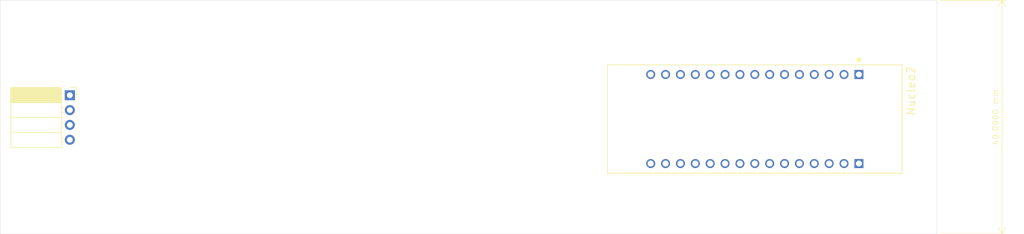
<source format=kicad_pcb>
(kicad_pcb (version 20240108) (generator "pcbnew") (generator_version "8.0")
  (layers (0 "F.Cu" signal) (31 "B.Cu" signal) (34 "B.Paste" user) (35 "F.Paste" user) (36 "B.SilkS" user "B.Silkscreen") (37 "F.SilkS" user "F.Silkscreen") (38 "B.Mask" user) (39 "F.Mask" user) (44 "Edge.Cuts" user))
  (net 0 "")
  (net 1 "GND")
  (net 2 "LED 1")
  (net 3 "LED 2")
  (net 4 "LED 3")
  (net 5 "LED 4")
  (net 6 "LED 5")
  (net 7 "LED 6")
  (net 8 "LED 7")
  (net 9 "LED 8")
  (net 10 "LED 9")
  (net 11 "LED 10")
  (net 12 "LED 11")
  (net 14 "DO")
  (net 15 "Alim Hall")
  (footprint "Connector_PinSocket_2.54mm:PinSocket_1x04_P2.54mm_Horizontal" (layer "F.Cu") (at 81.8 95.95)
    (property "Reference" "J3" (hide yes))
    (property "Value" "Conn_01x04_Socket")
    (fp_line (start -10.09 -1.33) (end -10.09 8.95) (stroke (width 0.12)) (layer "F.SilkS"))
    (fp_line (start -10.09 -1.33) (end -1.46 -1.33) (stroke (width 0.12)) (layer "F.SilkS"))
    (fp_line (start -10.09 -1.21) (end -1.46 -1.21) (stroke (width 0.12)) (layer "F.SilkS"))
    (fp_line (start -10.09 -1.091905) (end -1.46 -1.091905) (stroke (width 0.12)) (layer "F.SilkS"))
    (fp_line (start -10.09 -0.97381) (end -1.46 -0.97381) (stroke (width 0.12)) (layer "F.SilkS"))
    (fp_line (start -10.09 -0.855715) (end -1.46 -0.855715) (stroke (width 0.12)) (layer "F.SilkS"))
    (fp_line (start -10.09 -0.73762) (end -1.46 -0.73762) (stroke (width 0.12)) (layer "F.SilkS"))
    (fp_line (start -10.09 -0.619525) (end -1.46 -0.619525) (stroke (width 0.12)) (layer "F.SilkS"))
    (fp_line (start -10.09 -0.50143) (end -1.46 -0.50143) (stroke (width 0.12)) (layer "F.SilkS"))
    (fp_line (start -10.09 -0.383335) (end -1.46 -0.383335) (stroke (width 0.12)) (layer "F.SilkS"))
    (fp_line (start -10.09 -0.26524) (end -1.46 -0.26524) (stroke (width 0.12)) (layer "F.SilkS"))
    (fp_line (start -10.09 -0.147145) (end -1.46 -0.147145) (stroke (width 0.12)) (layer "F.SilkS"))
    (fp_line (start -10.09 -0.02905) (end -1.46 -0.02905) (stroke (width 0.12)) (layer "F.SilkS"))
    (fp_line (start -10.09 0.089045) (end -1.46 0.089045) (stroke (width 0.12)) (layer "F.SilkS"))
    (fp_line (start -10.09 0.20714) (end -1.46 0.20714) (stroke (width 0.12)) (layer "F.SilkS"))
    (fp_line (start -10.09 0.325235) (end -1.46 0.325235) (stroke (width 0.12)) (layer "F.SilkS"))
    (fp_line (start -10.09 0.44333) (end -1.46 0.44333) (stroke (width 0.12)) (layer "F.SilkS"))
    (fp_line (start -10.09 0.561425) (end -1.46 0.561425) (stroke (width 0.12)) (layer "F.SilkS"))
    (fp_line (start -10.09 0.67952) (end -1.46 0.67952) (stroke (width 0.12)) (layer "F.SilkS"))
    (fp_line (start -10.09 0.797615) (end -1.46 0.797615) (stroke (width 0.12)) (layer "F.SilkS"))
    (fp_line (start -10.09 0.91571) (end -1.46 0.91571) (stroke (width 0.12)) (layer "F.SilkS"))
    (fp_line (start -10.09 1.033805) (end -1.46 1.033805) (stroke (width 0.12)) (layer "F.SilkS"))
    (fp_line (start -10.09 1.1519) (end -1.46 1.1519) (stroke (width 0.12)) (layer "F.SilkS"))
    (fp_line (start -10.09 1.27) (end -1.46 1.27) (stroke (width 0.12)) (layer "F.SilkS"))
    (fp_line (start -10.09 3.81) (end -1.46 3.81) (stroke (width 0.12)) (layer "F.SilkS"))
    (fp_line (start -10.09 6.35) (end -1.46 6.35) (stroke (width 0.12)) (layer "F.SilkS"))
    (fp_line (start -10.09 8.95) (end -1.46 8.95) (stroke (width 0.12)) (layer "F.SilkS"))
    (fp_line (start -1.46 -1.33) (end -1.46 8.95) (stroke (width 0.12)) (layer "F.SilkS"))
    (fp_line (start -1.46 -0.36) (end -1.11 -0.36) (stroke (width 0.12)) (layer "F.SilkS"))
    (fp_line (start -1.46 0.36) (end -1.11 0.36) (stroke (width 0.12)) (layer "F.SilkS"))
    (fp_line (start -1.46 2.18) (end -1.05 2.18) (stroke (width 0.12)) (layer "F.SilkS"))
    (fp_line (start -1.46 2.9) (end -1.05 2.9) (stroke (width 0.12)) (layer "F.SilkS"))
    (fp_line (start -1.46 4.72) (end -1.05 4.72) (stroke (width 0.12)) (layer "F.SilkS"))
    (fp_line (start -1.46 5.44) (end -1.05 5.44) (stroke (width 0.12)) (layer "F.SilkS"))
    (fp_line (start -1.46 7.26) (end -1.05 7.26) (stroke (width 0.12)) (layer "F.SilkS"))
    (fp_line (start -1.46 7.98) (end -1.05 7.98) (stroke (width 0.12)) (layer "F.SilkS"))
    (fp_line (start 0 -1.33) (end 1.11 -1.33) (stroke (width 0.12)) (layer "F.SilkS"))
    (fp_line (start 1.11 -1.33) (end 1.11 0) (stroke (width 0.12)) (layer "F.SilkS"))
    (pad "1" thru_hole rect (at 0 0) (size 1.7 1.7) (drill 1) (layers "*.Cu" "*.Mask"))
    (pad "2" thru_hole oval (at 0 2.54) (size 1.7 1.7) (drill 1) (layers "*.Cu" "*.Mask") (net 1 "GND"))
    (pad "3" thru_hole oval (at 0 5.08) (size 1.7 1.7) (drill 1) (layers "*.Cu" "*.Mask") (net 15 "Alim Hall"))
    (pad "4" thru_hole oval (at 0 7.62) (size 1.7 1.7) (drill 1) (layers "*.Cu" "*.Mask") (net 14 "DO"))
  )
  (footprint "NUCLEO_F303K8:MODULE_NUCLEO-F303K8" (layer "F.Cu") (at 198.78 100.02 -90)
    (property "Reference" "Nucleo2" (at -4.81314 -26.68421 90) (layer "F.SilkS") (effects (font (size 1.402378 1.402378))))
    (property "Value" "~")
    (fp_line (start -9.27 25.145) (end -9.27 -25.145) (stroke (width 0.127)) (layer "F.SilkS"))
    (fp_line (start 9.27 25.145) (end -9.27 25.145) (stroke (width 0.127)) (layer "F.SilkS"))
    (fp_line (start -9.27 -25.145) (end 9.27 -25.145) (stroke (width 0.127)) (layer "F.SilkS"))
    (fp_line (start 9.27 -25.145) (end 9.27 25.145) (stroke (width 0.127)) (layer "F.SilkS"))
    (fp_circle (center -10.16 -17.78) (end -9.96 -17.78) (stroke (width 0.4)) (fill none) (layer "F.SilkS"))
    (pad "3_1" thru_hole rect (at -7.62 -17.78 270) (size 1.53 1.53) (drill 1.02) (layers "*.Cu" "*.Mask") (net 10 "LED 9"))
    (pad "3_2" thru_hole circle (at -7.62 -15.24 270) (size 1.53 1.53) (drill 1.02) (layers "*.Cu" "*.Mask") (net 11 "LED 10"))
    (pad "3_3" thru_hole circle (at -7.62 -12.7 270) (size 1.53 1.53) (drill 1.02) (layers "*.Cu" "*.Mask"))
    (pad "3_4" thru_hole circle (at -7.62 -10.16 270) (size 1.53 1.53) (drill 1.02) (layers "*.Cu" "*.Mask") (net 1 "GND"))
    (pad "3_5" thru_hole circle (at -7.62 -7.62 270) (size 1.53 1.53) (drill 1.02) (layers "*.Cu" "*.Mask"))
    (pad "3_6" thru_hole circle (at -7.62 -5.08 270) (size 1.53 1.53) (drill 1.02) (layers "*.Cu" "*.Mask"))
    (pad "3_7" thru_hole circle (at -7.62 -2.54 270) (size 1.53 1.53) (drill 1.02) (layers "*.Cu" "*.Mask"))
    (pad "3_8" thru_hole circle (at -7.62 0 270) (size 1.53 1.53) (drill 1.02) (layers "*.Cu" "*.Mask"))
    (pad "3_9" thru_hole circle (at -7.62 2.54 270) (size 1.53 1.53) (drill 1.02) (layers "*.Cu" "*.Mask"))
    (pad "3_10" thru_hole circle (at -7.62 5.08 270) (size 1.53 1.53) (drill 1.02) (layers "*.Cu" "*.Mask"))
    (pad "3_11" thru_hole circle (at -7.62 7.62 270) (size 1.53 1.53) (drill 1.02) (layers "*.Cu" "*.Mask"))
    (pad "3_12" thru_hole circle (at -7.62 10.16 270) (size 1.53 1.53) (drill 1.02) (layers "*.Cu" "*.Mask") (net 9 "LED 8"))
    (pad "3_13" thru_hole circle (at -7.62 12.7 270) (size 1.53 1.53) (drill 1.02) (layers "*.Cu" "*.Mask") (net 12 "LED 11"))
    (pad "3_14" thru_hole circle (at -7.62 15.24 270) (size 1.53 1.53) (drill 1.02) (layers "*.Cu" "*.Mask"))
    (pad "3_15" thru_hole circle (at -7.62 17.78 270) (size 1.53 1.53) (drill 1.02) (layers "*.Cu" "*.Mask"))
    (pad "4_1" thru_hole rect (at 7.62 -17.78 270) (size 1.53 1.53) (drill 1.02) (layers "*.Cu" "*.Mask"))
    (pad "4_2" thru_hole circle (at 7.62 -15.24 270) (size 1.53 1.53) (drill 1.02) (layers "*.Cu" "*.Mask"))
    (pad "4_3" thru_hole circle (at 7.62 -12.7 270) (size 1.53 1.53) (drill 1.02) (layers "*.Cu" "*.Mask"))
    (pad "4_4" thru_hole circle (at 7.62 -10.16 270) (size 1.53 1.53) (drill 1.02) (layers "*.Cu" "*.Mask"))
    (pad "4_5" thru_hole circle (at 7.62 -7.62 270) (size 1.53 1.53) (drill 1.02) (layers "*.Cu" "*.Mask") (net 3 "LED 2"))
    (pad "4_6" thru_hole circle (at 7.62 -5.08 270) (size 1.53 1.53) (drill 1.02) (layers "*.Cu" "*.Mask") (net 8 "LED 7"))
    (pad "4_7" thru_hole circle (at 7.62 -2.54 270) (size 1.53 1.53) (drill 1.02) (layers "*.Cu" "*.Mask") (net 7 "LED 6"))
    (pad "4_8" thru_hole circle (at 7.62 0 270) (size 1.53 1.53) (drill 1.02) (layers "*.Cu" "*.Mask") (net 6 "LED 5"))
    (pad "4_9" thru_hole circle (at 7.62 2.54 270) (size 1.53 1.53) (drill 1.02) (layers "*.Cu" "*.Mask") (net 5 "LED 4"))
    (pad "4_10" thru_hole circle (at 7.62 5.08 270) (size 1.53 1.53) (drill 1.02) (layers "*.Cu" "*.Mask") (net 4 "LED 3"))
    (pad "4_11" thru_hole circle (at 7.62 7.62 270) (size 1.53 1.53) (drill 1.02) (layers "*.Cu" "*.Mask") (net 2 "LED 1"))
    (pad "4_12" thru_hole circle (at 7.62 10.16 270) (size 1.53 1.53) (drill 1.02) (layers "*.Cu" "*.Mask") (net 14 "DO"))
    (pad "4_13" thru_hole circle (at 7.62 12.7 270) (size 1.53 1.53) (drill 1.02) (layers "*.Cu" "*.Mask"))
    (pad "4_14" thru_hole circle (at 7.62 15.24 270) (size 1.53 1.53) (drill 1.02) (layers "*.Cu" "*.Mask") (net 15 "Alim Hall"))
    (pad "4_15" thru_hole circle (at 7.62 17.78 270) (size 1.53 1.53) (drill 1.02) (layers "*.Cu" "*.Mask"))
  )
  (gr_rect (start 69.9 79.7) (end 229.9 119.7) (stroke (width 0.05)) (fill none) (layer "Edge.Cuts"))
  (dimension (type aligned) (layer "F.SilkS") (pts (xy 229.9 119.7) (xy 229.9 79.7)) (height 11.1) (gr_text "40.0000 mm" (at 239.9 99.7 90) (layer "F.SilkS") (effects (font (size 1 1) (thickness 0.1)))) (format (prefix "") (suffix "") (units 3) (units_format 1) (precision 4)) (style (thickness 0.1) (arrow_length 1.27) (text_position_mode 0) (extension_height 0.58642) (extension_offset 0.5) keep_text_aligned))
)
</source>
